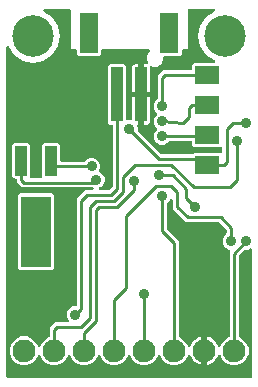
<source format=gbr>
G04 EAGLE Gerber RS-274X export*
G75*
%MOMM*%
%FSLAX34Y34*%
%LPD*%
%INBottom Copper*%
%IPPOS*%
%AMOC8*
5,1,8,0,0,1.08239X$1,22.5*%
G01*
%ADD10R,2.500000X6.000000*%
%ADD11R,1.000000X2.500000*%
%ADD12R,2.000000X1.500000*%
%ADD13C,3.516000*%
%ADD14R,1.000000X4.600000*%
%ADD15R,1.600000X3.400000*%
%ADD16C,1.930400*%
%ADD17C,0.906400*%
%ADD18C,0.254000*%

G36*
X209668Y2556D02*
X209668Y2556D01*
X209787Y2563D01*
X209825Y2576D01*
X209866Y2581D01*
X209976Y2624D01*
X210089Y2661D01*
X210124Y2683D01*
X210161Y2698D01*
X210257Y2767D01*
X210358Y2831D01*
X210386Y2861D01*
X210419Y2884D01*
X210495Y2976D01*
X210576Y3063D01*
X210596Y3098D01*
X210621Y3129D01*
X210672Y3237D01*
X210730Y3341D01*
X210740Y3381D01*
X210757Y3417D01*
X210779Y3534D01*
X210809Y3649D01*
X210813Y3709D01*
X210817Y3729D01*
X210815Y3750D01*
X210819Y3810D01*
X210819Y110764D01*
X210813Y110813D01*
X210815Y110863D01*
X210793Y110971D01*
X210779Y111080D01*
X210761Y111126D01*
X210751Y111174D01*
X210703Y111273D01*
X210662Y111375D01*
X210633Y111415D01*
X210611Y111460D01*
X210540Y111544D01*
X210476Y111633D01*
X210437Y111664D01*
X210405Y111702D01*
X210315Y111765D01*
X210231Y111835D01*
X210186Y111857D01*
X210145Y111885D01*
X210042Y111924D01*
X209943Y111971D01*
X209894Y111980D01*
X209848Y111998D01*
X209738Y112010D01*
X209631Y112031D01*
X209581Y112028D01*
X209532Y112033D01*
X209423Y112018D01*
X209313Y112011D01*
X209266Y111996D01*
X209217Y111989D01*
X209064Y111937D01*
X206893Y111037D01*
X204880Y111037D01*
X204745Y111020D01*
X204608Y111008D01*
X204587Y111000D01*
X204565Y110997D01*
X204438Y110947D01*
X204308Y110901D01*
X204290Y110889D01*
X204269Y110880D01*
X204158Y110800D01*
X204045Y110723D01*
X204022Y110701D01*
X204012Y110694D01*
X203998Y110677D01*
X203930Y110610D01*
X199710Y105849D01*
X199676Y105798D01*
X199634Y105754D01*
X199586Y105667D01*
X199531Y105586D01*
X199510Y105529D01*
X199480Y105475D01*
X199456Y105380D01*
X199422Y105287D01*
X199416Y105226D01*
X199401Y105167D01*
X199391Y105007D01*
X199391Y37867D01*
X199394Y37838D01*
X199392Y37808D01*
X199414Y37680D01*
X199431Y37551D01*
X199441Y37524D01*
X199446Y37495D01*
X199500Y37376D01*
X199548Y37256D01*
X199565Y37232D01*
X199577Y37205D01*
X199658Y37103D01*
X199734Y36998D01*
X199757Y36980D01*
X199776Y36956D01*
X199879Y36878D01*
X199979Y36796D01*
X200006Y36783D01*
X200030Y36765D01*
X200174Y36694D01*
X202487Y35737D01*
X205917Y32307D01*
X207773Y27825D01*
X207773Y22975D01*
X205917Y18493D01*
X202487Y15063D01*
X198005Y13207D01*
X193155Y13207D01*
X188673Y15063D01*
X185243Y18493D01*
X184045Y21386D01*
X184031Y21412D01*
X184021Y21440D01*
X183952Y21550D01*
X183888Y21662D01*
X183867Y21684D01*
X183851Y21709D01*
X183757Y21798D01*
X183667Y21891D01*
X183641Y21906D01*
X183619Y21927D01*
X183506Y21989D01*
X183395Y22057D01*
X183367Y22066D01*
X183341Y22080D01*
X183215Y22113D01*
X183091Y22151D01*
X183062Y22152D01*
X183033Y22159D01*
X182903Y22160D01*
X182774Y22166D01*
X182745Y22160D01*
X182715Y22160D01*
X182589Y22128D01*
X182462Y22101D01*
X182435Y22088D01*
X182407Y22081D01*
X182293Y22019D01*
X182177Y21962D01*
X182154Y21942D01*
X182128Y21928D01*
X182033Y21840D01*
X181935Y21755D01*
X181917Y21731D01*
X181896Y21710D01*
X181826Y21601D01*
X181752Y21495D01*
X181741Y21467D01*
X181725Y21442D01*
X181666Y21292D01*
X181479Y20720D01*
X180608Y19010D01*
X179480Y17457D01*
X178123Y16100D01*
X176570Y14972D01*
X174860Y14101D01*
X173035Y13507D01*
X172679Y13451D01*
X172679Y24170D01*
X172664Y24288D01*
X172657Y24407D01*
X172644Y24445D01*
X172639Y24485D01*
X172596Y24596D01*
X172559Y24709D01*
X172537Y24743D01*
X172522Y24781D01*
X172453Y24877D01*
X172389Y24978D01*
X172359Y25006D01*
X172336Y25038D01*
X172244Y25114D01*
X172157Y25196D01*
X172122Y25215D01*
X172091Y25241D01*
X171983Y25292D01*
X171879Y25349D01*
X171839Y25359D01*
X171803Y25377D01*
X171696Y25397D01*
X171726Y25401D01*
X171836Y25445D01*
X171949Y25481D01*
X171984Y25503D01*
X172021Y25518D01*
X172117Y25588D01*
X172218Y25651D01*
X172246Y25681D01*
X172279Y25705D01*
X172355Y25796D01*
X172436Y25883D01*
X172456Y25918D01*
X172481Y25950D01*
X172532Y26057D01*
X172590Y26162D01*
X172600Y26201D01*
X172617Y26237D01*
X172639Y26354D01*
X172669Y26470D01*
X172673Y26530D01*
X172677Y26550D01*
X172675Y26570D01*
X172677Y26576D01*
X172676Y26583D01*
X172679Y26630D01*
X172679Y37349D01*
X173035Y37293D01*
X174860Y36699D01*
X176570Y35828D01*
X178123Y34700D01*
X179480Y33343D01*
X180608Y31790D01*
X181479Y30080D01*
X181666Y29508D01*
X181678Y29481D01*
X181685Y29451D01*
X181746Y29337D01*
X181801Y29220D01*
X181820Y29197D01*
X181834Y29170D01*
X181921Y29074D01*
X182004Y28975D01*
X182028Y28957D01*
X182048Y28935D01*
X182156Y28864D01*
X182261Y28788D01*
X182289Y28777D01*
X182314Y28760D01*
X182436Y28718D01*
X182557Y28670D01*
X182586Y28667D01*
X182614Y28657D01*
X182744Y28647D01*
X182872Y28630D01*
X182902Y28634D01*
X182931Y28632D01*
X183059Y28654D01*
X183188Y28670D01*
X183215Y28681D01*
X183245Y28686D01*
X183363Y28739D01*
X183483Y28787D01*
X183508Y28805D01*
X183535Y28817D01*
X183636Y28898D01*
X183741Y28974D01*
X183760Y28997D01*
X183783Y29015D01*
X183861Y29119D01*
X183944Y29219D01*
X183956Y29246D01*
X183974Y29269D01*
X184045Y29414D01*
X185243Y32307D01*
X188673Y35737D01*
X190986Y36694D01*
X191011Y36709D01*
X191039Y36718D01*
X191149Y36787D01*
X191262Y36852D01*
X191283Y36872D01*
X191308Y36888D01*
X191397Y36983D01*
X191490Y37073D01*
X191506Y37098D01*
X191526Y37120D01*
X191589Y37234D01*
X191657Y37344D01*
X191665Y37372D01*
X191680Y37398D01*
X191712Y37524D01*
X191750Y37648D01*
X191752Y37678D01*
X191759Y37706D01*
X191769Y37867D01*
X191769Y106781D01*
X191767Y106801D01*
X191767Y106857D01*
X191675Y108384D01*
X191680Y108393D01*
X191690Y108433D01*
X192127Y108871D01*
X192212Y108980D01*
X192301Y109087D01*
X192310Y109106D01*
X192322Y109122D01*
X192378Y109250D01*
X192437Y109375D01*
X192441Y109395D01*
X192449Y109414D01*
X192471Y109552D01*
X192497Y109688D01*
X192495Y109708D01*
X192498Y109728D01*
X192485Y109867D01*
X192477Y110005D01*
X192471Y110024D01*
X192469Y110044D01*
X192422Y110175D01*
X192379Y110307D01*
X192368Y110325D01*
X192361Y110344D01*
X192283Y110458D01*
X192209Y110576D01*
X192194Y110590D01*
X192182Y110607D01*
X192078Y110699D01*
X191977Y110794D01*
X191959Y110804D01*
X191944Y110817D01*
X191820Y110880D01*
X191698Y110948D01*
X191679Y110953D01*
X191661Y110962D01*
X191525Y110992D01*
X191426Y111018D01*
X188780Y112114D01*
X186790Y114104D01*
X185713Y116703D01*
X185713Y119517D01*
X186790Y122116D01*
X188755Y124081D01*
X188807Y124148D01*
X188867Y124209D01*
X188904Y124274D01*
X188950Y124333D01*
X188984Y124411D01*
X189026Y124484D01*
X189047Y124556D01*
X189076Y124624D01*
X189090Y124708D01*
X189113Y124790D01*
X189124Y124928D01*
X189126Y124938D01*
X189126Y124942D01*
X189126Y124951D01*
X189182Y127455D01*
X189170Y127567D01*
X189167Y127680D01*
X189154Y127725D01*
X189149Y127771D01*
X189110Y127877D01*
X189078Y127986D01*
X189055Y128025D01*
X189039Y128069D01*
X188974Y128162D01*
X188917Y128259D01*
X188870Y128313D01*
X188858Y128331D01*
X188844Y128343D01*
X188811Y128380D01*
X182943Y134248D01*
X182865Y134308D01*
X182793Y134376D01*
X182740Y134405D01*
X182692Y134442D01*
X182601Y134482D01*
X182514Y134530D01*
X182456Y134545D01*
X182400Y134569D01*
X182302Y134584D01*
X182206Y134609D01*
X182106Y134615D01*
X182086Y134619D01*
X182074Y134617D01*
X182046Y134619D01*
X154632Y134619D01*
X152028Y137223D01*
X146113Y143138D01*
X143509Y145742D01*
X143509Y152808D01*
X143501Y152877D01*
X143502Y152947D01*
X143481Y153034D01*
X143469Y153123D01*
X143444Y153188D01*
X143427Y153256D01*
X143385Y153335D01*
X143352Y153419D01*
X143311Y153475D01*
X143279Y153537D01*
X143218Y153604D01*
X143166Y153676D01*
X143112Y153721D01*
X143065Y153772D01*
X142990Y153822D01*
X142921Y153879D01*
X142857Y153909D01*
X142799Y153947D01*
X142714Y153976D01*
X142633Y154015D01*
X142564Y154028D01*
X142498Y154050D01*
X142409Y154058D01*
X142321Y154074D01*
X142251Y154070D01*
X142181Y154076D01*
X142093Y154060D01*
X142003Y154055D01*
X141937Y154033D01*
X141868Y154021D01*
X141786Y153984D01*
X141701Y153957D01*
X141642Y153919D01*
X141578Y153891D01*
X141508Y153835D01*
X141432Y153787D01*
X141384Y153736D01*
X141330Y153692D01*
X141275Y153620D01*
X141214Y153555D01*
X141180Y153494D01*
X141138Y153438D01*
X141067Y153293D01*
X140616Y152204D01*
X138802Y150390D01*
X138742Y150312D01*
X138674Y150240D01*
X138645Y150187D01*
X138608Y150139D01*
X138568Y150048D01*
X138520Y149961D01*
X138505Y149903D01*
X138481Y149847D01*
X138466Y149749D01*
X138441Y149653D01*
X138435Y149553D01*
X138431Y149533D01*
X138433Y149521D01*
X138431Y149493D01*
X138431Y129104D01*
X138443Y129006D01*
X138446Y128907D01*
X138463Y128849D01*
X138471Y128789D01*
X138507Y128697D01*
X138535Y128601D01*
X138565Y128549D01*
X138588Y128493D01*
X138646Y128413D01*
X138696Y128328D01*
X138762Y128252D01*
X138774Y128236D01*
X138784Y128228D01*
X138802Y128207D01*
X148591Y118418D01*
X148591Y37867D01*
X148594Y37838D01*
X148592Y37808D01*
X148614Y37680D01*
X148631Y37551D01*
X148641Y37524D01*
X148646Y37495D01*
X148700Y37376D01*
X148748Y37256D01*
X148765Y37232D01*
X148777Y37205D01*
X148858Y37103D01*
X148934Y36998D01*
X148957Y36980D01*
X148976Y36956D01*
X149079Y36878D01*
X149179Y36796D01*
X149206Y36783D01*
X149230Y36765D01*
X149374Y36694D01*
X151687Y35737D01*
X155117Y32307D01*
X156315Y29414D01*
X156329Y29388D01*
X156339Y29360D01*
X156408Y29250D01*
X156472Y29138D01*
X156493Y29116D01*
X156509Y29091D01*
X156603Y29002D01*
X156693Y28909D01*
X156719Y28894D01*
X156741Y28873D01*
X156854Y28811D01*
X156965Y28743D01*
X156993Y28734D01*
X157019Y28720D01*
X157145Y28687D01*
X157269Y28649D01*
X157298Y28648D01*
X157327Y28641D01*
X157457Y28640D01*
X157586Y28634D01*
X157615Y28640D01*
X157645Y28640D01*
X157771Y28672D01*
X157898Y28699D01*
X157925Y28712D01*
X157953Y28719D01*
X158067Y28781D01*
X158183Y28838D01*
X158206Y28858D01*
X158232Y28872D01*
X158327Y28960D01*
X158425Y29045D01*
X158443Y29069D01*
X158464Y29090D01*
X158534Y29199D01*
X158608Y29305D01*
X158619Y29333D01*
X158635Y29358D01*
X158694Y29508D01*
X158878Y30071D01*
X158878Y30072D01*
X158881Y30080D01*
X159752Y31790D01*
X160880Y33343D01*
X162237Y34700D01*
X163790Y35828D01*
X165500Y36699D01*
X167325Y37293D01*
X167681Y37349D01*
X167681Y26630D01*
X167696Y26512D01*
X167703Y26393D01*
X167715Y26355D01*
X167721Y26315D01*
X167764Y26204D01*
X167801Y26091D01*
X167823Y26057D01*
X167838Y26019D01*
X167907Y25923D01*
X167971Y25822D01*
X168001Y25794D01*
X168024Y25762D01*
X168116Y25686D01*
X168203Y25604D01*
X168238Y25585D01*
X168269Y25559D01*
X168377Y25508D01*
X168481Y25451D01*
X168521Y25441D01*
X168557Y25423D01*
X168664Y25403D01*
X168634Y25399D01*
X168524Y25355D01*
X168411Y25319D01*
X168376Y25297D01*
X168339Y25282D01*
X168242Y25212D01*
X168142Y25149D01*
X168114Y25119D01*
X168081Y25095D01*
X168005Y25004D01*
X167924Y24917D01*
X167904Y24882D01*
X167879Y24850D01*
X167828Y24743D01*
X167770Y24638D01*
X167760Y24599D01*
X167743Y24563D01*
X167721Y24446D01*
X167691Y24330D01*
X167687Y24270D01*
X167683Y24250D01*
X167685Y24230D01*
X167681Y24170D01*
X167681Y13451D01*
X167325Y13507D01*
X165500Y14101D01*
X163790Y14972D01*
X162237Y16100D01*
X160880Y17457D01*
X159752Y19010D01*
X158881Y20720D01*
X158694Y21292D01*
X158682Y21319D01*
X158675Y21349D01*
X158614Y21463D01*
X158559Y21580D01*
X158540Y21603D01*
X158526Y21630D01*
X158439Y21726D01*
X158356Y21825D01*
X158332Y21843D01*
X158312Y21865D01*
X158204Y21936D01*
X158099Y22012D01*
X158071Y22023D01*
X158046Y22040D01*
X157924Y22082D01*
X157803Y22130D01*
X157774Y22133D01*
X157746Y22143D01*
X157616Y22153D01*
X157488Y22170D01*
X157458Y22166D01*
X157429Y22168D01*
X157301Y22146D01*
X157172Y22130D01*
X157145Y22119D01*
X157115Y22114D01*
X156997Y22061D01*
X156877Y22013D01*
X156852Y21995D01*
X156825Y21983D01*
X156724Y21902D01*
X156619Y21826D01*
X156600Y21803D01*
X156577Y21785D01*
X156499Y21681D01*
X156416Y21581D01*
X156404Y21554D01*
X156386Y21531D01*
X156315Y21386D01*
X155117Y18493D01*
X151687Y15063D01*
X147205Y13207D01*
X142355Y13207D01*
X137873Y15063D01*
X134443Y18493D01*
X133253Y21368D01*
X133184Y21489D01*
X133119Y21612D01*
X133105Y21627D01*
X133095Y21645D01*
X132998Y21745D01*
X132905Y21847D01*
X132888Y21859D01*
X132874Y21873D01*
X132756Y21946D01*
X132639Y22022D01*
X132620Y22029D01*
X132603Y22039D01*
X132470Y22080D01*
X132338Y22125D01*
X132318Y22127D01*
X132299Y22133D01*
X132160Y22140D01*
X132021Y22151D01*
X132001Y22147D01*
X131981Y22148D01*
X131845Y22120D01*
X131708Y22096D01*
X131689Y22088D01*
X131670Y22084D01*
X131545Y22023D01*
X131418Y21966D01*
X131402Y21953D01*
X131384Y21944D01*
X131278Y21854D01*
X131170Y21767D01*
X131157Y21751D01*
X131142Y21738D01*
X131062Y21624D01*
X130978Y21513D01*
X130966Y21488D01*
X130959Y21478D01*
X130952Y21458D01*
X130907Y21368D01*
X129717Y18493D01*
X126287Y15063D01*
X121805Y13207D01*
X116955Y13207D01*
X112473Y15063D01*
X109043Y18493D01*
X107853Y21368D01*
X107784Y21489D01*
X107719Y21612D01*
X107705Y21627D01*
X107695Y21645D01*
X107598Y21745D01*
X107505Y21847D01*
X107488Y21859D01*
X107474Y21873D01*
X107356Y21946D01*
X107239Y22022D01*
X107220Y22029D01*
X107203Y22039D01*
X107070Y22080D01*
X106938Y22125D01*
X106918Y22127D01*
X106899Y22133D01*
X106760Y22140D01*
X106621Y22151D01*
X106601Y22147D01*
X106581Y22148D01*
X106445Y22120D01*
X106308Y22096D01*
X106289Y22088D01*
X106270Y22084D01*
X106145Y22023D01*
X106018Y21966D01*
X106002Y21953D01*
X105984Y21944D01*
X105878Y21854D01*
X105770Y21767D01*
X105757Y21751D01*
X105742Y21738D01*
X105662Y21624D01*
X105578Y21513D01*
X105566Y21488D01*
X105559Y21478D01*
X105552Y21458D01*
X105507Y21368D01*
X104317Y18493D01*
X100887Y15063D01*
X96405Y13207D01*
X91555Y13207D01*
X87073Y15063D01*
X83643Y18493D01*
X82453Y21368D01*
X82384Y21489D01*
X82319Y21612D01*
X82305Y21627D01*
X82295Y21645D01*
X82198Y21745D01*
X82105Y21847D01*
X82088Y21859D01*
X82074Y21873D01*
X81956Y21946D01*
X81839Y22022D01*
X81820Y22029D01*
X81803Y22039D01*
X81670Y22080D01*
X81538Y22125D01*
X81518Y22127D01*
X81499Y22133D01*
X81360Y22140D01*
X81221Y22151D01*
X81201Y22147D01*
X81181Y22148D01*
X81045Y22120D01*
X80908Y22096D01*
X80890Y22088D01*
X80870Y22084D01*
X80744Y22022D01*
X80618Y21966D01*
X80602Y21953D01*
X80584Y21944D01*
X80478Y21853D01*
X80370Y21767D01*
X80357Y21751D01*
X80342Y21738D01*
X80262Y21624D01*
X80178Y21513D01*
X80166Y21488D01*
X80159Y21478D01*
X80152Y21458D01*
X80107Y21368D01*
X78917Y18493D01*
X75487Y15063D01*
X71005Y13207D01*
X66155Y13207D01*
X61673Y15063D01*
X58243Y18493D01*
X57053Y21368D01*
X56984Y21489D01*
X56919Y21612D01*
X56905Y21627D01*
X56895Y21645D01*
X56798Y21745D01*
X56705Y21847D01*
X56688Y21859D01*
X56674Y21873D01*
X56556Y21946D01*
X56439Y22022D01*
X56420Y22029D01*
X56403Y22039D01*
X56270Y22080D01*
X56138Y22125D01*
X56118Y22127D01*
X56099Y22133D01*
X55960Y22140D01*
X55821Y22151D01*
X55801Y22147D01*
X55781Y22148D01*
X55645Y22120D01*
X55508Y22096D01*
X55490Y22088D01*
X55470Y22084D01*
X55344Y22022D01*
X55218Y21966D01*
X55202Y21953D01*
X55184Y21944D01*
X55078Y21853D01*
X54970Y21767D01*
X54957Y21751D01*
X54942Y21738D01*
X54862Y21624D01*
X54778Y21513D01*
X54766Y21488D01*
X54759Y21478D01*
X54752Y21458D01*
X54707Y21368D01*
X53517Y18493D01*
X50087Y15063D01*
X45605Y13207D01*
X40755Y13207D01*
X36273Y15063D01*
X32843Y18493D01*
X31653Y21368D01*
X31584Y21489D01*
X31519Y21612D01*
X31505Y21627D01*
X31495Y21645D01*
X31398Y21745D01*
X31305Y21847D01*
X31288Y21859D01*
X31274Y21873D01*
X31156Y21946D01*
X31039Y22022D01*
X31020Y22029D01*
X31003Y22039D01*
X30870Y22080D01*
X30738Y22125D01*
X30718Y22127D01*
X30699Y22133D01*
X30560Y22140D01*
X30421Y22151D01*
X30401Y22147D01*
X30381Y22148D01*
X30245Y22120D01*
X30108Y22096D01*
X30090Y22088D01*
X30070Y22084D01*
X29944Y22022D01*
X29818Y21966D01*
X29802Y21953D01*
X29784Y21944D01*
X29678Y21853D01*
X29570Y21767D01*
X29557Y21751D01*
X29542Y21738D01*
X29462Y21624D01*
X29378Y21513D01*
X29366Y21488D01*
X29359Y21478D01*
X29352Y21458D01*
X29307Y21368D01*
X28117Y18493D01*
X24687Y15063D01*
X20205Y13207D01*
X15355Y13207D01*
X10873Y15063D01*
X7443Y18493D01*
X5587Y22975D01*
X5587Y27825D01*
X7443Y32307D01*
X10873Y35737D01*
X15355Y37593D01*
X20205Y37593D01*
X24687Y35737D01*
X28117Y32307D01*
X29307Y29432D01*
X29376Y29311D01*
X29441Y29188D01*
X29455Y29173D01*
X29465Y29155D01*
X29562Y29056D01*
X29655Y28953D01*
X29672Y28941D01*
X29686Y28927D01*
X29805Y28854D01*
X29921Y28778D01*
X29940Y28771D01*
X29957Y28761D01*
X30090Y28720D01*
X30222Y28675D01*
X30242Y28673D01*
X30261Y28667D01*
X30400Y28660D01*
X30539Y28649D01*
X30559Y28653D01*
X30579Y28652D01*
X30715Y28680D01*
X30852Y28704D01*
X30871Y28712D01*
X30890Y28716D01*
X31016Y28778D01*
X31142Y28834D01*
X31158Y28847D01*
X31176Y28856D01*
X31282Y28946D01*
X31390Y29033D01*
X31403Y29049D01*
X31418Y29062D01*
X31498Y29176D01*
X31582Y29287D01*
X31594Y29312D01*
X31601Y29322D01*
X31608Y29342D01*
X31653Y29432D01*
X32843Y32307D01*
X36273Y35737D01*
X38586Y36694D01*
X38611Y36709D01*
X38639Y36718D01*
X38749Y36788D01*
X38862Y36852D01*
X38883Y36872D01*
X38908Y36888D01*
X38997Y36983D01*
X39090Y37073D01*
X39106Y37098D01*
X39126Y37120D01*
X39189Y37233D01*
X39257Y37344D01*
X39265Y37372D01*
X39280Y37398D01*
X39312Y37524D01*
X39350Y37648D01*
X39352Y37678D01*
X39359Y37706D01*
X39369Y37867D01*
X39369Y44758D01*
X44142Y49531D01*
X54243Y49531D01*
X54381Y49548D01*
X54519Y49561D01*
X54538Y49568D01*
X54558Y49571D01*
X54688Y49622D01*
X54818Y49669D01*
X54835Y49680D01*
X54854Y49688D01*
X54966Y49769D01*
X55082Y49847D01*
X55095Y49863D01*
X55111Y49874D01*
X55200Y49982D01*
X55292Y50086D01*
X55301Y50104D01*
X55314Y50119D01*
X55373Y50245D01*
X55437Y50369D01*
X55441Y50389D01*
X55450Y50407D01*
X55476Y50543D01*
X55506Y50679D01*
X55506Y50700D01*
X55509Y50719D01*
X55501Y50858D01*
X55497Y50997D01*
X55491Y51017D01*
X55490Y51037D01*
X55447Y51169D01*
X55408Y51303D01*
X55398Y51320D01*
X55392Y51339D01*
X55317Y51457D01*
X55247Y51577D01*
X55228Y51598D01*
X55221Y51608D01*
X55206Y51622D01*
X55140Y51698D01*
X54964Y51874D01*
X53887Y54473D01*
X53887Y57287D01*
X54964Y59886D01*
X56954Y61876D01*
X59553Y62953D01*
X60960Y62953D01*
X61078Y62968D01*
X61197Y62975D01*
X61235Y62988D01*
X61276Y62993D01*
X61386Y63036D01*
X61499Y63073D01*
X61534Y63095D01*
X61571Y63110D01*
X61667Y63179D01*
X61768Y63243D01*
X61796Y63273D01*
X61829Y63296D01*
X61905Y63388D01*
X61986Y63475D01*
X62006Y63510D01*
X62031Y63541D01*
X62082Y63649D01*
X62140Y63753D01*
X62150Y63793D01*
X62167Y63829D01*
X62189Y63946D01*
X62219Y64061D01*
X62223Y64121D01*
X62227Y64141D01*
X62225Y64162D01*
X62229Y64222D01*
X62229Y153978D01*
X69542Y161291D01*
X75338Y161291D01*
X75342Y161291D01*
X75346Y161291D01*
X75498Y161311D01*
X75653Y161331D01*
X75657Y161332D01*
X75661Y161333D01*
X75804Y161390D01*
X75949Y161448D01*
X75952Y161450D01*
X75956Y161451D01*
X76082Y161544D01*
X76206Y161634D01*
X76209Y161637D01*
X76212Y161640D01*
X76310Y161760D01*
X76409Y161879D01*
X76411Y161883D01*
X76413Y161886D01*
X76478Y162027D01*
X76545Y162167D01*
X76545Y162171D01*
X76547Y162175D01*
X76576Y162330D01*
X76604Y162479D01*
X76604Y162483D01*
X76605Y162487D01*
X76594Y162644D01*
X76585Y162797D01*
X76583Y162801D01*
X76583Y162805D01*
X76534Y162953D01*
X76487Y163099D01*
X76485Y163103D01*
X76483Y163107D01*
X76398Y163239D01*
X76317Y163368D01*
X76314Y163371D01*
X76311Y163374D01*
X76198Y163480D01*
X76085Y163586D01*
X76081Y163588D01*
X76078Y163591D01*
X75943Y163664D01*
X75806Y163740D01*
X75803Y163741D01*
X75799Y163742D01*
X75646Y163791D01*
X75645Y163791D01*
X75571Y163800D01*
X75498Y163819D01*
X75338Y163829D01*
X16202Y163829D01*
X11429Y168602D01*
X11429Y170040D01*
X11414Y170158D01*
X11407Y170277D01*
X11394Y170315D01*
X11389Y170356D01*
X11346Y170466D01*
X11309Y170579D01*
X11287Y170614D01*
X11272Y170651D01*
X11203Y170747D01*
X11139Y170848D01*
X11109Y170876D01*
X11086Y170909D01*
X10994Y170985D01*
X10907Y171066D01*
X10872Y171086D01*
X10841Y171111D01*
X10733Y171162D01*
X10629Y171220D01*
X10589Y171230D01*
X10553Y171247D01*
X10436Y171269D01*
X10321Y171299D01*
X10261Y171303D01*
X10241Y171307D01*
X10220Y171305D01*
X10160Y171309D01*
X9188Y171309D01*
X7699Y172798D01*
X7699Y199902D01*
X9188Y201391D01*
X21292Y201391D01*
X22781Y199902D01*
X22781Y172720D01*
X22796Y172602D01*
X22803Y172483D01*
X22816Y172445D01*
X22821Y172404D01*
X22864Y172294D01*
X22901Y172181D01*
X22923Y172146D01*
X22938Y172109D01*
X23007Y172013D01*
X23071Y171912D01*
X23101Y171884D01*
X23124Y171851D01*
X23216Y171775D01*
X23303Y171694D01*
X23338Y171674D01*
X23369Y171649D01*
X23477Y171598D01*
X23581Y171540D01*
X23621Y171530D01*
X23657Y171513D01*
X23774Y171491D01*
X23889Y171461D01*
X23949Y171457D01*
X23969Y171453D01*
X23990Y171455D01*
X24050Y171451D01*
X31830Y171451D01*
X31948Y171466D01*
X32067Y171473D01*
X32105Y171486D01*
X32146Y171491D01*
X32256Y171534D01*
X32369Y171571D01*
X32404Y171593D01*
X32441Y171608D01*
X32537Y171677D01*
X32638Y171741D01*
X32666Y171771D01*
X32699Y171794D01*
X32775Y171886D01*
X32856Y171973D01*
X32876Y172008D01*
X32901Y172039D01*
X32952Y172147D01*
X33010Y172251D01*
X33020Y172291D01*
X33037Y172327D01*
X33059Y172444D01*
X33089Y172559D01*
X33093Y172619D01*
X33097Y172639D01*
X33095Y172660D01*
X33099Y172720D01*
X33099Y199902D01*
X34588Y201391D01*
X46692Y201391D01*
X48181Y199902D01*
X48181Y186690D01*
X48196Y186572D01*
X48203Y186453D01*
X48216Y186415D01*
X48221Y186374D01*
X48264Y186264D01*
X48301Y186151D01*
X48323Y186116D01*
X48338Y186079D01*
X48407Y185983D01*
X48471Y185882D01*
X48501Y185854D01*
X48524Y185821D01*
X48616Y185745D01*
X48703Y185664D01*
X48738Y185644D01*
X48769Y185619D01*
X48877Y185568D01*
X48981Y185510D01*
X49021Y185500D01*
X49057Y185483D01*
X49174Y185461D01*
X49289Y185431D01*
X49349Y185427D01*
X49369Y185423D01*
X49390Y185425D01*
X49450Y185421D01*
X68213Y185421D01*
X68311Y185433D01*
X68410Y185436D01*
X68468Y185453D01*
X68528Y185461D01*
X68620Y185497D01*
X68715Y185525D01*
X68768Y185555D01*
X68824Y185578D01*
X68904Y185636D01*
X68989Y185686D01*
X69065Y185752D01*
X69081Y185764D01*
X69089Y185774D01*
X69110Y185792D01*
X70924Y187606D01*
X73523Y188683D01*
X76337Y188683D01*
X78936Y187606D01*
X80926Y185616D01*
X82003Y183017D01*
X82003Y180203D01*
X81174Y178201D01*
X81142Y178086D01*
X81103Y177974D01*
X81100Y177934D01*
X81090Y177895D01*
X81088Y177775D01*
X81078Y177657D01*
X81085Y177617D01*
X81085Y177577D01*
X81112Y177461D01*
X81133Y177343D01*
X81149Y177307D01*
X81159Y177267D01*
X81214Y177162D01*
X81263Y177053D01*
X81288Y177022D01*
X81307Y176986D01*
X81388Y176898D01*
X81462Y176805D01*
X81494Y176781D01*
X81521Y176751D01*
X81621Y176685D01*
X81716Y176614D01*
X81770Y176587D01*
X81787Y176576D01*
X81806Y176569D01*
X81860Y176543D01*
X82746Y176176D01*
X84736Y174186D01*
X85813Y171587D01*
X85813Y168773D01*
X84736Y166174D01*
X82746Y164184D01*
X81657Y163733D01*
X81596Y163698D01*
X81531Y163672D01*
X81458Y163620D01*
X81380Y163575D01*
X81330Y163527D01*
X81274Y163486D01*
X81216Y163416D01*
X81152Y163354D01*
X81115Y163294D01*
X81071Y163241D01*
X81033Y163159D01*
X80986Y163083D01*
X80965Y163016D01*
X80935Y162953D01*
X80918Y162865D01*
X80892Y162779D01*
X80889Y162709D01*
X80876Y162640D01*
X80881Y162551D01*
X80877Y162461D01*
X80891Y162393D01*
X80895Y162323D01*
X80923Y162238D01*
X80941Y162150D01*
X80972Y162087D01*
X80993Y162021D01*
X81041Y161945D01*
X81081Y161864D01*
X81126Y161811D01*
X81163Y161752D01*
X81229Y161690D01*
X81287Y161622D01*
X81344Y161582D01*
X81395Y161534D01*
X81474Y161491D01*
X81547Y161439D01*
X81613Y161414D01*
X81674Y161380D01*
X81760Y161358D01*
X81845Y161326D01*
X81914Y161318D01*
X81982Y161301D01*
X82142Y161291D01*
X89336Y161291D01*
X89434Y161303D01*
X89533Y161306D01*
X89591Y161323D01*
X89651Y161331D01*
X89743Y161367D01*
X89839Y161395D01*
X89891Y161425D01*
X89947Y161448D01*
X90027Y161506D01*
X90112Y161556D01*
X90188Y161622D01*
X90204Y161634D01*
X90212Y161644D01*
X90233Y161662D01*
X92498Y163927D01*
X92558Y164005D01*
X92626Y164077D01*
X92655Y164130D01*
X92692Y164178D01*
X92732Y164269D01*
X92780Y164356D01*
X92795Y164414D01*
X92819Y164470D01*
X92834Y164568D01*
X92859Y164664D01*
X92865Y164764D01*
X92869Y164784D01*
X92867Y164796D01*
X92869Y164824D01*
X92869Y215590D01*
X92854Y215708D01*
X92847Y215827D01*
X92834Y215865D01*
X92829Y215906D01*
X92786Y216016D01*
X92749Y216129D01*
X92727Y216164D01*
X92712Y216201D01*
X92643Y216297D01*
X92579Y216398D01*
X92549Y216426D01*
X92526Y216459D01*
X92434Y216535D01*
X92347Y216616D01*
X92312Y216636D01*
X92281Y216661D01*
X92173Y216712D01*
X92069Y216770D01*
X92029Y216780D01*
X91993Y216797D01*
X91876Y216819D01*
X91761Y216849D01*
X91701Y216853D01*
X91681Y216857D01*
X91660Y216855D01*
X91600Y216859D01*
X90628Y216859D01*
X89139Y218348D01*
X89139Y266452D01*
X90628Y267941D01*
X102732Y267941D01*
X104221Y266452D01*
X104221Y221702D01*
X104236Y221584D01*
X104243Y221465D01*
X104256Y221427D01*
X104261Y221386D01*
X104304Y221276D01*
X104341Y221163D01*
X104363Y221128D01*
X104378Y221091D01*
X104447Y220995D01*
X104511Y220894D01*
X104541Y220866D01*
X104564Y220833D01*
X104656Y220757D01*
X104743Y220676D01*
X104778Y220656D01*
X104809Y220631D01*
X104917Y220580D01*
X105021Y220522D01*
X105061Y220512D01*
X105097Y220495D01*
X105214Y220473D01*
X105329Y220443D01*
X105389Y220439D01*
X105409Y220435D01*
X105430Y220437D01*
X105490Y220433D01*
X107870Y220433D01*
X107988Y220448D01*
X108107Y220455D01*
X108145Y220468D01*
X108186Y220473D01*
X108296Y220516D01*
X108409Y220553D01*
X108444Y220575D01*
X108481Y220590D01*
X108577Y220659D01*
X108678Y220723D01*
X108706Y220753D01*
X108739Y220776D01*
X108815Y220868D01*
X108896Y220955D01*
X108916Y220990D01*
X108941Y221021D01*
X108992Y221129D01*
X109050Y221233D01*
X109060Y221273D01*
X109077Y221309D01*
X109099Y221426D01*
X109129Y221541D01*
X109133Y221601D01*
X109137Y221621D01*
X109135Y221642D01*
X109139Y221702D01*
X109139Y239901D01*
X114181Y239901D01*
X114181Y216705D01*
X114174Y216702D01*
X114134Y216673D01*
X114089Y216651D01*
X114006Y216580D01*
X113917Y216516D01*
X113885Y216477D01*
X113847Y216445D01*
X113784Y216355D01*
X113714Y216271D01*
X113693Y216226D01*
X113664Y216185D01*
X113625Y216082D01*
X113579Y215983D01*
X113569Y215934D01*
X113552Y215888D01*
X113540Y215778D01*
X113519Y215671D01*
X113522Y215621D01*
X113516Y215572D01*
X113532Y215463D01*
X113539Y215353D01*
X113554Y215306D01*
X113561Y215257D01*
X113613Y215104D01*
X113753Y214767D01*
X113753Y212202D01*
X113765Y212104D01*
X113768Y212005D01*
X113785Y211947D01*
X113793Y211887D01*
X113829Y211795D01*
X113857Y211699D01*
X113887Y211647D01*
X113910Y211591D01*
X113968Y211511D01*
X114018Y211426D01*
X114084Y211350D01*
X114096Y211334D01*
X114106Y211326D01*
X114124Y211305D01*
X133287Y192142D01*
X133365Y192082D01*
X133437Y192014D01*
X133490Y191985D01*
X133538Y191948D01*
X133629Y191908D01*
X133716Y191860D01*
X133774Y191845D01*
X133830Y191821D01*
X133928Y191806D01*
X134024Y191781D01*
X134124Y191775D01*
X134144Y191771D01*
X134156Y191773D01*
X134184Y191771D01*
X159992Y191771D01*
X160090Y191783D01*
X160189Y191786D01*
X160247Y191803D01*
X160307Y191811D01*
X160399Y191847D01*
X160495Y191875D01*
X160547Y191905D01*
X160603Y191928D01*
X160683Y191986D01*
X160769Y192036D01*
X160844Y192102D01*
X160860Y192114D01*
X160868Y192124D01*
X160889Y192143D01*
X161668Y192921D01*
X184150Y192921D01*
X184268Y192936D01*
X184387Y192943D01*
X184425Y192956D01*
X184466Y192961D01*
X184576Y193004D01*
X184689Y193041D01*
X184724Y193063D01*
X184761Y193078D01*
X184857Y193147D01*
X184958Y193211D01*
X184986Y193241D01*
X185019Y193264D01*
X185095Y193356D01*
X185176Y193443D01*
X185196Y193478D01*
X185221Y193509D01*
X185272Y193617D01*
X185330Y193721D01*
X185340Y193761D01*
X185357Y193797D01*
X185379Y193914D01*
X185409Y194029D01*
X185413Y194089D01*
X185417Y194109D01*
X185416Y194115D01*
X185417Y194117D01*
X185416Y194134D01*
X185419Y194190D01*
X185419Y196970D01*
X185404Y197088D01*
X185397Y197207D01*
X185384Y197245D01*
X185379Y197286D01*
X185336Y197396D01*
X185299Y197509D01*
X185277Y197544D01*
X185262Y197581D01*
X185193Y197677D01*
X185129Y197778D01*
X185099Y197806D01*
X185076Y197839D01*
X184984Y197915D01*
X184897Y197996D01*
X184862Y198016D01*
X184831Y198041D01*
X184723Y198092D01*
X184619Y198150D01*
X184579Y198160D01*
X184543Y198177D01*
X184426Y198199D01*
X184311Y198229D01*
X184251Y198233D01*
X184231Y198237D01*
X184210Y198235D01*
X184150Y198239D01*
X161668Y198239D01*
X160179Y199728D01*
X160179Y201930D01*
X160164Y202048D01*
X160157Y202167D01*
X160144Y202205D01*
X160139Y202246D01*
X160096Y202356D01*
X160059Y202469D01*
X160037Y202504D01*
X160022Y202541D01*
X159953Y202637D01*
X159889Y202738D01*
X159859Y202766D01*
X159836Y202799D01*
X159744Y202875D01*
X159657Y202956D01*
X159622Y202976D01*
X159591Y203001D01*
X159483Y203052D01*
X159379Y203110D01*
X159339Y203120D01*
X159303Y203137D01*
X159186Y203159D01*
X159071Y203189D01*
X159011Y203193D01*
X158991Y203197D01*
X158970Y203195D01*
X158910Y203199D01*
X141337Y203199D01*
X141239Y203187D01*
X141140Y203184D01*
X141082Y203167D01*
X141022Y203159D01*
X140930Y203123D01*
X140835Y203095D01*
X140782Y203065D01*
X140726Y203042D01*
X140646Y202984D01*
X140561Y202934D01*
X140485Y202868D01*
X140469Y202856D01*
X140461Y202846D01*
X140440Y202828D01*
X138626Y201014D01*
X136027Y199937D01*
X133213Y199937D01*
X130614Y201014D01*
X128624Y203004D01*
X127547Y205603D01*
X127547Y208417D01*
X128624Y211016D01*
X130070Y212462D01*
X130143Y212557D01*
X130222Y212646D01*
X130240Y212682D01*
X130265Y212714D01*
X130312Y212823D01*
X130367Y212929D01*
X130375Y212968D01*
X130391Y213006D01*
X130410Y213123D01*
X130436Y213239D01*
X130435Y213280D01*
X130441Y213320D01*
X130430Y213438D01*
X130427Y213557D01*
X130415Y213596D01*
X130411Y213636D01*
X130371Y213749D01*
X130338Y213863D01*
X130318Y213897D01*
X130304Y213936D01*
X130237Y214034D01*
X130177Y214137D01*
X130137Y214182D01*
X130125Y214199D01*
X130110Y214212D01*
X130070Y214257D01*
X128624Y215704D01*
X127547Y218303D01*
X127547Y221117D01*
X128624Y223716D01*
X130070Y225163D01*
X130143Y225257D01*
X130222Y225346D01*
X130240Y225382D01*
X130265Y225414D01*
X130312Y225523D01*
X130367Y225629D01*
X130375Y225668D01*
X130391Y225706D01*
X130410Y225823D01*
X130436Y225939D01*
X130435Y225980D01*
X130441Y226020D01*
X130430Y226138D01*
X130427Y226257D01*
X130415Y226296D01*
X130411Y226336D01*
X130371Y226448D01*
X130338Y226563D01*
X130318Y226598D01*
X130304Y226636D01*
X130237Y226734D01*
X130177Y226837D01*
X130137Y226882D01*
X130125Y226899D01*
X130110Y226912D01*
X130070Y226958D01*
X128624Y228404D01*
X127547Y231003D01*
X127547Y233817D01*
X128624Y236416D01*
X130438Y238230D01*
X130498Y238308D01*
X130566Y238380D01*
X130595Y238433D01*
X130632Y238481D01*
X130672Y238572D01*
X130720Y238659D01*
X130735Y238717D01*
X130759Y238773D01*
X130774Y238871D01*
X130799Y238967D01*
X130805Y239067D01*
X130809Y239087D01*
X130807Y239099D01*
X130809Y239127D01*
X130809Y258118D01*
X135582Y262891D01*
X158910Y262891D01*
X159028Y262906D01*
X159147Y262913D01*
X159185Y262926D01*
X159226Y262931D01*
X159336Y262974D01*
X159449Y263011D01*
X159484Y263033D01*
X159521Y263048D01*
X159617Y263117D01*
X159718Y263181D01*
X159746Y263211D01*
X159779Y263234D01*
X159855Y263326D01*
X159936Y263413D01*
X159956Y263448D01*
X159981Y263479D01*
X160032Y263587D01*
X160090Y263691D01*
X160100Y263731D01*
X160117Y263767D01*
X160139Y263884D01*
X160169Y263999D01*
X160173Y264059D01*
X160177Y264079D01*
X160175Y264100D01*
X160179Y264160D01*
X160179Y267632D01*
X161668Y269121D01*
X178136Y269121D01*
X178239Y269134D01*
X178344Y269138D01*
X178396Y269154D01*
X178451Y269161D01*
X178548Y269199D01*
X178648Y269229D01*
X178696Y269257D01*
X178747Y269278D01*
X178831Y269339D01*
X178921Y269393D01*
X178960Y269432D01*
X179004Y269464D01*
X179071Y269545D01*
X179144Y269619D01*
X179172Y269667D01*
X179207Y269709D01*
X179251Y269804D01*
X179304Y269894D01*
X179319Y269947D01*
X179342Y269997D01*
X179362Y270100D01*
X179391Y270200D01*
X179392Y270255D01*
X179402Y270309D01*
X179396Y270414D01*
X179398Y270518D01*
X179386Y270572D01*
X179382Y270627D01*
X179350Y270726D01*
X179327Y270828D01*
X179301Y270877D01*
X179284Y270929D01*
X179229Y271018D01*
X179181Y271110D01*
X179144Y271152D01*
X179114Y271198D01*
X179038Y271270D01*
X178969Y271348D01*
X178898Y271401D01*
X178883Y271416D01*
X178870Y271423D01*
X178841Y271445D01*
X171926Y276066D01*
X167010Y283422D01*
X165284Y292100D01*
X167010Y300778D01*
X171926Y308134D01*
X178661Y312635D01*
X178740Y312703D01*
X178825Y312764D01*
X178860Y312807D01*
X178901Y312843D01*
X178961Y312929D01*
X179027Y313009D01*
X179051Y313059D01*
X179082Y313105D01*
X179118Y313203D01*
X179163Y313297D01*
X179173Y313351D01*
X179192Y313403D01*
X179203Y313507D01*
X179223Y313610D01*
X179219Y313665D01*
X179225Y313719D01*
X179209Y313823D01*
X179203Y313927D01*
X179186Y313979D01*
X179178Y314034D01*
X179137Y314130D01*
X179105Y314229D01*
X179075Y314276D01*
X179054Y314327D01*
X178991Y314410D01*
X178935Y314498D01*
X178895Y314536D01*
X178861Y314580D01*
X178779Y314645D01*
X178703Y314716D01*
X178655Y314743D01*
X178612Y314777D01*
X178516Y314819D01*
X178425Y314870D01*
X178371Y314883D01*
X178321Y314906D01*
X178218Y314923D01*
X178117Y314949D01*
X178029Y314955D01*
X178007Y314958D01*
X177992Y314957D01*
X177956Y314959D01*
X157480Y314959D01*
X157362Y314944D01*
X157243Y314937D01*
X157205Y314924D01*
X157164Y314919D01*
X157054Y314876D01*
X156941Y314839D01*
X156906Y314817D01*
X156869Y314802D01*
X156773Y314733D01*
X156672Y314669D01*
X156644Y314639D01*
X156611Y314616D01*
X156536Y314524D01*
X156454Y314437D01*
X156434Y314402D01*
X156409Y314371D01*
X156358Y314263D01*
X156300Y314159D01*
X156290Y314119D01*
X156273Y314083D01*
X156251Y313966D01*
X156221Y313851D01*
X156217Y313791D01*
X156213Y313771D01*
X156215Y313750D01*
X156211Y313690D01*
X156211Y280669D01*
X152490Y280669D01*
X152372Y280654D01*
X152253Y280647D01*
X152215Y280634D01*
X152174Y280629D01*
X152064Y280586D01*
X151951Y280549D01*
X151916Y280527D01*
X151879Y280512D01*
X151783Y280443D01*
X151682Y280379D01*
X151654Y280349D01*
X151621Y280326D01*
X151545Y280234D01*
X151464Y280147D01*
X151444Y280112D01*
X151419Y280081D01*
X151368Y279973D01*
X151310Y279869D01*
X151300Y279829D01*
X151283Y279793D01*
X151261Y279676D01*
X151231Y279561D01*
X151227Y279501D01*
X151223Y279481D01*
X151225Y279460D01*
X151221Y279400D01*
X151221Y276348D01*
X149732Y274859D01*
X136990Y274859D01*
X136872Y274844D01*
X136753Y274837D01*
X136715Y274824D01*
X136674Y274819D01*
X136564Y274776D01*
X136451Y274739D01*
X136416Y274717D01*
X136379Y274702D01*
X136283Y274633D01*
X136182Y274569D01*
X136154Y274539D01*
X136121Y274516D01*
X136045Y274424D01*
X135964Y274337D01*
X135944Y274302D01*
X135919Y274271D01*
X135868Y274163D01*
X135810Y274059D01*
X135800Y274019D01*
X135783Y273983D01*
X135761Y273866D01*
X135731Y273751D01*
X135727Y273691D01*
X135723Y273671D01*
X135725Y273650D01*
X135721Y273590D01*
X135721Y271699D01*
X134649Y269112D01*
X132668Y267131D01*
X130081Y266059D01*
X127280Y266059D01*
X125976Y266599D01*
X125928Y266612D01*
X125883Y266634D01*
X125775Y266654D01*
X125669Y266683D01*
X125619Y266684D01*
X125570Y266693D01*
X125461Y266687D01*
X125351Y266688D01*
X125303Y266677D01*
X125253Y266674D01*
X125149Y266640D01*
X125042Y266614D01*
X124998Y266591D01*
X124951Y266576D01*
X124858Y266517D01*
X124761Y266465D01*
X124724Y266432D01*
X124682Y266405D01*
X124607Y266325D01*
X124525Y266252D01*
X124498Y266210D01*
X124464Y266174D01*
X124411Y266078D01*
X124351Y265986D01*
X124334Y265939D01*
X124310Y265895D01*
X124283Y265789D01*
X124247Y265685D01*
X124243Y265635D01*
X124231Y265587D01*
X124221Y265427D01*
X124221Y244899D01*
X119179Y244899D01*
X119179Y267941D01*
X121297Y267941D01*
X121346Y267947D01*
X121396Y267945D01*
X121503Y267967D01*
X121612Y267981D01*
X121658Y267999D01*
X121707Y268009D01*
X121806Y268057D01*
X121908Y268098D01*
X121948Y268127D01*
X121993Y268149D01*
X122076Y268220D01*
X122165Y268284D01*
X122197Y268323D01*
X122235Y268355D01*
X122298Y268445D01*
X122368Y268529D01*
X122389Y268574D01*
X122418Y268615D01*
X122457Y268718D01*
X122504Y268817D01*
X122513Y268866D01*
X122531Y268912D01*
X122543Y269022D01*
X122563Y269129D01*
X122560Y269179D01*
X122566Y269228D01*
X122550Y269337D01*
X122544Y269447D01*
X122528Y269494D01*
X122521Y269543D01*
X122469Y269696D01*
X121639Y271699D01*
X121639Y274501D01*
X122711Y277088D01*
X124125Y278503D01*
X124211Y278612D01*
X124299Y278719D01*
X124308Y278738D01*
X124320Y278754D01*
X124376Y278882D01*
X124435Y279007D01*
X124439Y279027D01*
X124447Y279046D01*
X124469Y279184D01*
X124495Y279320D01*
X124493Y279340D01*
X124497Y279360D01*
X124483Y279499D01*
X124475Y279637D01*
X124469Y279656D01*
X124467Y279676D01*
X124420Y279808D01*
X124377Y279939D01*
X124366Y279957D01*
X124359Y279976D01*
X124281Y280091D01*
X124207Y280208D01*
X124192Y280222D01*
X124181Y280239D01*
X124076Y280331D01*
X123975Y280426D01*
X123957Y280436D01*
X123942Y280449D01*
X123818Y280512D01*
X123697Y280580D01*
X123677Y280585D01*
X123659Y280594D01*
X123523Y280624D01*
X123389Y280659D01*
X123361Y280661D01*
X123349Y280664D01*
X123328Y280663D01*
X123228Y280669D01*
X84490Y280669D01*
X84372Y280654D01*
X84253Y280647D01*
X84215Y280634D01*
X84174Y280629D01*
X84064Y280586D01*
X83951Y280549D01*
X83916Y280527D01*
X83879Y280512D01*
X83783Y280443D01*
X83682Y280379D01*
X83654Y280349D01*
X83621Y280326D01*
X83545Y280234D01*
X83464Y280147D01*
X83444Y280112D01*
X83419Y280081D01*
X83368Y279973D01*
X83310Y279869D01*
X83300Y279829D01*
X83283Y279793D01*
X83261Y279676D01*
X83231Y279561D01*
X83227Y279501D01*
X83223Y279481D01*
X83225Y279460D01*
X83221Y279400D01*
X83221Y276348D01*
X81732Y274859D01*
X63628Y274859D01*
X62139Y276348D01*
X62139Y279400D01*
X62124Y279518D01*
X62117Y279637D01*
X62104Y279675D01*
X62099Y279716D01*
X62056Y279826D01*
X62019Y279939D01*
X61997Y279974D01*
X61982Y280011D01*
X61913Y280107D01*
X61849Y280208D01*
X61819Y280236D01*
X61796Y280269D01*
X61704Y280345D01*
X61617Y280426D01*
X61582Y280446D01*
X61551Y280471D01*
X61443Y280522D01*
X61339Y280580D01*
X61299Y280590D01*
X61263Y280607D01*
X61146Y280629D01*
X61031Y280659D01*
X60971Y280663D01*
X60951Y280667D01*
X60930Y280665D01*
X60870Y280669D01*
X57149Y280669D01*
X57149Y313690D01*
X57134Y313808D01*
X57127Y313927D01*
X57114Y313965D01*
X57109Y314006D01*
X57066Y314116D01*
X57029Y314229D01*
X57007Y314264D01*
X56992Y314301D01*
X56922Y314397D01*
X56859Y314498D01*
X56829Y314526D01*
X56806Y314559D01*
X56714Y314635D01*
X56627Y314716D01*
X56592Y314736D01*
X56561Y314761D01*
X56453Y314812D01*
X56349Y314870D01*
X56309Y314880D01*
X56273Y314897D01*
X56156Y314919D01*
X56041Y314949D01*
X55980Y314953D01*
X55960Y314957D01*
X55940Y314955D01*
X55880Y314959D01*
X35404Y314959D01*
X35300Y314946D01*
X35196Y314942D01*
X35143Y314926D01*
X35089Y314919D01*
X34992Y314881D01*
X34891Y314851D01*
X34844Y314823D01*
X34793Y314802D01*
X34708Y314741D01*
X34619Y314687D01*
X34580Y314648D01*
X34535Y314616D01*
X34469Y314535D01*
X34396Y314461D01*
X34368Y314413D01*
X34333Y314371D01*
X34288Y314276D01*
X34236Y314186D01*
X34221Y314133D01*
X34197Y314083D01*
X34178Y313980D01*
X34149Y313880D01*
X34148Y313825D01*
X34137Y313771D01*
X34144Y313666D01*
X34141Y313562D01*
X34154Y313508D01*
X34157Y313453D01*
X34189Y313354D01*
X34213Y313252D01*
X34238Y313203D01*
X34255Y313151D01*
X34311Y313062D01*
X34359Y312970D01*
X34396Y312928D01*
X34425Y312882D01*
X34501Y312810D01*
X34571Y312732D01*
X34641Y312679D01*
X34657Y312664D01*
X34670Y312657D01*
X34699Y312635D01*
X41434Y308134D01*
X46350Y300778D01*
X48076Y292100D01*
X46350Y283422D01*
X41434Y276066D01*
X34078Y271150D01*
X25400Y269424D01*
X16722Y271150D01*
X9366Y276066D01*
X4865Y282801D01*
X4797Y282880D01*
X4736Y282965D01*
X4693Y283000D01*
X4657Y283041D01*
X4571Y283101D01*
X4491Y283167D01*
X4441Y283191D01*
X4395Y283222D01*
X4297Y283258D01*
X4203Y283303D01*
X4149Y283313D01*
X4097Y283332D01*
X3993Y283343D01*
X3890Y283363D01*
X3835Y283359D01*
X3781Y283365D01*
X3677Y283349D01*
X3573Y283343D01*
X3521Y283326D01*
X3466Y283318D01*
X3370Y283277D01*
X3271Y283245D01*
X3224Y283215D01*
X3173Y283194D01*
X3090Y283131D01*
X3002Y283075D01*
X2964Y283035D01*
X2920Y283001D01*
X2855Y282919D01*
X2784Y282843D01*
X2757Y282795D01*
X2723Y282752D01*
X2681Y282656D01*
X2630Y282565D01*
X2617Y282511D01*
X2594Y282461D01*
X2577Y282358D01*
X2551Y282257D01*
X2545Y282169D01*
X2542Y282147D01*
X2543Y282132D01*
X2541Y282096D01*
X2541Y3810D01*
X2556Y3692D01*
X2563Y3573D01*
X2576Y3535D01*
X2581Y3494D01*
X2624Y3384D01*
X2661Y3271D01*
X2683Y3236D01*
X2698Y3199D01*
X2767Y3103D01*
X2831Y3002D01*
X2861Y2974D01*
X2884Y2941D01*
X2976Y2865D01*
X3063Y2784D01*
X3098Y2764D01*
X3129Y2739D01*
X3237Y2688D01*
X3341Y2630D01*
X3381Y2620D01*
X3417Y2603D01*
X3534Y2581D01*
X3649Y2551D01*
X3709Y2547D01*
X3729Y2543D01*
X3750Y2545D01*
X3810Y2541D01*
X209550Y2541D01*
X209668Y2556D01*
G37*
%LPC*%
G36*
X14388Y93809D02*
X14388Y93809D01*
X12899Y95298D01*
X12899Y157402D01*
X14388Y158891D01*
X41492Y158891D01*
X42981Y157402D01*
X42981Y95298D01*
X41492Y93809D01*
X14388Y93809D01*
G37*
%LPD*%
%LPC*%
G36*
X119179Y216859D02*
X119179Y216859D01*
X119179Y239901D01*
X124221Y239901D01*
X124221Y219066D01*
X124048Y218419D01*
X123713Y217840D01*
X123240Y217367D01*
X122661Y217032D01*
X122014Y216859D01*
X119179Y216859D01*
G37*
%LPD*%
%LPC*%
G36*
X109139Y244899D02*
X109139Y244899D01*
X109139Y265734D01*
X109312Y266381D01*
X109647Y266960D01*
X110120Y267433D01*
X110699Y267768D01*
X111346Y267941D01*
X114181Y267941D01*
X114181Y244899D01*
X109139Y244899D01*
G37*
%LPD*%
D10*
X27940Y126350D03*
D11*
X40640Y186350D03*
X15240Y186350D03*
D12*
X172720Y259080D03*
X172720Y233680D03*
D13*
X187960Y292100D03*
X25400Y292100D03*
D12*
X172720Y208280D03*
D14*
X116680Y242400D03*
X96680Y242400D03*
D15*
X140680Y294400D03*
X72680Y294400D03*
D16*
X195580Y25400D03*
X170180Y25400D03*
X144780Y25400D03*
X119380Y25400D03*
X93980Y25400D03*
X68580Y25400D03*
X43180Y25400D03*
X17780Y25400D03*
D12*
X172720Y182880D03*
D17*
X134620Y232410D03*
D18*
X137160Y259080D02*
X172720Y259080D01*
X137160Y259080D02*
X134620Y256540D01*
X134620Y232410D01*
D17*
X134620Y219710D03*
D18*
X152400Y218440D01*
X157480Y223520D01*
X157480Y231140D01*
X160020Y233680D01*
X172720Y233680D01*
D17*
X54610Y142240D03*
X156210Y120650D03*
X124460Y212090D03*
X106680Y213360D03*
X205740Y218440D03*
D18*
X132080Y187960D02*
X106680Y213360D01*
X132080Y187960D02*
X167640Y187960D01*
X172720Y182880D01*
X186690Y182880D01*
X189230Y185420D01*
X189230Y213360D01*
X194310Y218440D01*
X205740Y218440D01*
D17*
X119380Y73660D03*
D18*
X119380Y25400D01*
D17*
X74930Y181610D03*
D18*
X40640Y181610D01*
X40640Y186350D01*
D17*
X78740Y170180D03*
D18*
X76200Y167640D01*
X17780Y167640D01*
X15240Y170180D01*
X15240Y186350D01*
D17*
X132080Y173990D03*
D18*
X143510Y173990D01*
X154940Y162560D01*
D17*
X162560Y147320D03*
D18*
X154940Y154940D02*
X154940Y162560D01*
X154940Y154940D02*
X162560Y147320D01*
D17*
X134620Y207010D03*
D18*
X171450Y207010D02*
X172720Y208280D01*
X171450Y207010D02*
X134620Y207010D01*
X144780Y116840D02*
X144780Y25400D01*
X144780Y116840D02*
X134620Y127000D01*
X134620Y156210D01*
D17*
X134620Y156210D03*
D18*
X68580Y40640D02*
X68580Y25400D01*
X68580Y40640D02*
X78740Y50800D01*
X78740Y144780D01*
X81280Y147320D01*
X96520Y147320D01*
X110490Y161290D01*
X110490Y168910D01*
D17*
X110490Y168910D03*
D18*
X93980Y68580D02*
X93980Y25400D01*
X93980Y68580D02*
X104140Y78740D01*
X104140Y139700D01*
D17*
X192786Y118110D03*
D18*
X156210Y138430D02*
X147320Y147320D01*
X147320Y160020D01*
X142240Y165100D01*
X129540Y165100D01*
X104140Y139700D01*
X156210Y138430D02*
X184150Y138430D01*
X193040Y129540D01*
X192786Y118110D01*
X43180Y43180D02*
X43180Y25400D01*
X43180Y43180D02*
X45720Y45720D01*
X66040Y45720D01*
X73660Y53340D01*
X73660Y147320D01*
X78740Y152400D01*
X93980Y152400D01*
X101600Y160020D01*
X101600Y172720D01*
X198120Y170180D02*
X198120Y203200D01*
D17*
X198120Y203200D03*
D18*
X111760Y182880D02*
X101600Y172720D01*
X111760Y182880D02*
X142240Y182880D01*
X161290Y163830D01*
X191770Y163830D02*
X198120Y170180D01*
X191770Y163830D02*
X161290Y163830D01*
X96680Y162720D02*
X96680Y242400D01*
X96680Y162720D02*
X91440Y157480D01*
X71120Y157480D01*
X66040Y152400D01*
X66040Y60960D01*
X60960Y55880D01*
D17*
X60960Y55880D03*
X205486Y118110D03*
D18*
X195580Y106934D02*
X195580Y25400D01*
X195580Y106934D02*
X205486Y118110D01*
M02*

</source>
